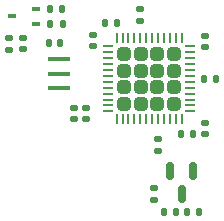
<source format=gtp>
%TF.GenerationSoftware,KiCad,Pcbnew,6.0.11-3.fc37*%
%TF.CreationDate,2023-03-28T23:52:52+01:00*%
%TF.ProjectId,STMF411,53544d46-3431-4312-9e6b-696361645f70,1*%
%TF.SameCoordinates,Original*%
%TF.FileFunction,Paste,Top*%
%TF.FilePolarity,Positive*%
%FSLAX46Y46*%
G04 Gerber Fmt 4.6, Leading zero omitted, Abs format (unit mm)*
G04 Created by KiCad (PCBNEW 6.0.11-3.fc37) date 2023-03-28 23:52:52*
%MOMM*%
%LPD*%
G01*
G04 APERTURE LIST*
G04 Aperture macros list*
%AMRoundRect*
0 Rectangle with rounded corners*
0 $1 Rounding radius*
0 $2 $3 $4 $5 $6 $7 $8 $9 X,Y pos of 4 corners*
0 Add a 4 corners polygon primitive as box body*
4,1,4,$2,$3,$4,$5,$6,$7,$8,$9,$2,$3,0*
0 Add four circle primitives for the rounded corners*
1,1,$1+$1,$2,$3*
1,1,$1+$1,$4,$5*
1,1,$1+$1,$6,$7*
1,1,$1+$1,$8,$9*
0 Add four rect primitives between the rounded corners*
20,1,$1+$1,$2,$3,$4,$5,0*
20,1,$1+$1,$4,$5,$6,$7,0*
20,1,$1+$1,$6,$7,$8,$9,0*
20,1,$1+$1,$8,$9,$2,$3,0*%
G04 Aperture macros list end*
%ADD10R,0.700000X0.450000*%
%ADD11RoundRect,0.135000X0.185000X-0.135000X0.185000X0.135000X-0.185000X0.135000X-0.185000X-0.135000X0*%
%ADD12RoundRect,0.140000X-0.170000X0.140000X-0.170000X-0.140000X0.170000X-0.140000X0.170000X0.140000X0*%
%ADD13RoundRect,0.140000X0.170000X-0.140000X0.170000X0.140000X-0.170000X0.140000X-0.170000X-0.140000X0*%
%ADD14RoundRect,0.135000X-0.135000X-0.185000X0.135000X-0.185000X0.135000X0.185000X-0.135000X0.185000X0*%
%ADD15RoundRect,0.140000X0.140000X0.170000X-0.140000X0.170000X-0.140000X-0.170000X0.140000X-0.170000X0*%
%ADD16RoundRect,0.140000X-0.140000X-0.170000X0.140000X-0.170000X0.140000X0.170000X-0.140000X0.170000X0*%
%ADD17RoundRect,0.135000X-0.185000X0.135000X-0.185000X-0.135000X0.185000X-0.135000X0.185000X0.135000X0*%
%ADD18RoundRect,0.250000X-0.315000X-0.315000X0.315000X-0.315000X0.315000X0.315000X-0.315000X0.315000X0*%
%ADD19RoundRect,0.062500X-0.375000X-0.062500X0.375000X-0.062500X0.375000X0.062500X-0.375000X0.062500X0*%
%ADD20RoundRect,0.062500X-0.062500X-0.375000X0.062500X-0.375000X0.062500X0.375000X-0.062500X0.375000X0*%
%ADD21R,1.900000X0.400000*%
%ADD22RoundRect,0.135000X0.135000X0.185000X-0.135000X0.185000X-0.135000X-0.185000X0.135000X-0.185000X0*%
%ADD23RoundRect,0.150000X-0.150000X0.587500X-0.150000X-0.587500X0.150000X-0.587500X0.150000X0.587500X0*%
G04 APERTURE END LIST*
D10*
%TO.C,Q1*%
X20650000Y-28500000D03*
X20650000Y-27200000D03*
X18650000Y-27850000D03*
%TD*%
D11*
%TO.C,R1*%
X18399999Y-30670000D03*
X18399999Y-29650000D03*
%TD*%
D12*
%TO.C,C15*%
X23850000Y-35600001D03*
X23850000Y-36560001D03*
%TD*%
D13*
%TO.C,C9*%
X34950000Y-37850000D03*
X34950000Y-36890000D03*
%TD*%
D14*
%TO.C,R5*%
X21900000Y-28500000D03*
X22920000Y-28500000D03*
%TD*%
D15*
%TO.C,C5*%
X32500000Y-44412500D03*
X31540000Y-44412500D03*
%TD*%
D16*
%TO.C,C1*%
X21900000Y-27200000D03*
X22860000Y-27200000D03*
%TD*%
D13*
%TO.C,C13*%
X25500000Y-30400000D03*
X25500000Y-29440000D03*
%TD*%
D17*
%TO.C,R3*%
X30999999Y-38225000D03*
X30999999Y-39245000D03*
%TD*%
D12*
%TO.C,C6*%
X30700000Y-42425000D03*
X30700000Y-43385000D03*
%TD*%
D16*
%TO.C,C10*%
X26549999Y-28450000D03*
X27509999Y-28450000D03*
%TD*%
D12*
%TO.C,C11*%
X34949999Y-29500000D03*
X34949999Y-30460000D03*
%TD*%
D18*
%TO.C,U2*%
X28150000Y-31050000D03*
X28150000Y-33850000D03*
X29550000Y-32450000D03*
X30950000Y-33850000D03*
X30950000Y-35250000D03*
X28150000Y-35250000D03*
X32350000Y-33850000D03*
X30950000Y-32450000D03*
X29550000Y-35250000D03*
X32350000Y-35250000D03*
X28150000Y-32450000D03*
X29550000Y-33850000D03*
X32350000Y-32450000D03*
X30950000Y-31050000D03*
X29550000Y-31050000D03*
X32350000Y-31050000D03*
D19*
X26812500Y-30400000D03*
X26812500Y-30900000D03*
X26812500Y-31400000D03*
X26812500Y-31900000D03*
X26812500Y-32400000D03*
X26812500Y-32900000D03*
X26812500Y-33400000D03*
X26812500Y-33900000D03*
X26812500Y-34400000D03*
X26812500Y-34900000D03*
X26812500Y-35400000D03*
X26812500Y-35900000D03*
D20*
X27500000Y-36587500D03*
X28000000Y-36587500D03*
X28500000Y-36587500D03*
X29000000Y-36587500D03*
X29500000Y-36587500D03*
X30000000Y-36587500D03*
X30500000Y-36587500D03*
X31000000Y-36587500D03*
X31500000Y-36587500D03*
X32000000Y-36587500D03*
X32500000Y-36587500D03*
X33000000Y-36587500D03*
D19*
X33687500Y-35900000D03*
X33687500Y-35400000D03*
X33687500Y-34900000D03*
X33687500Y-34400000D03*
X33687500Y-33900000D03*
X33687500Y-33400000D03*
X33687500Y-32900000D03*
X33687500Y-32400000D03*
X33687500Y-31900000D03*
X33687500Y-31400000D03*
X33687500Y-30900000D03*
X33687500Y-30400000D03*
D20*
X33000000Y-29712500D03*
X32500000Y-29712500D03*
X32000000Y-29712500D03*
X31500000Y-29712500D03*
X31000000Y-29712500D03*
X30500000Y-29712500D03*
X30000000Y-29712500D03*
X29500000Y-29712500D03*
X29000000Y-29712500D03*
X28500000Y-29712500D03*
X28000000Y-29712500D03*
X27500000Y-29712500D03*
%TD*%
D21*
%TO.C,Y1*%
X22600000Y-31500000D03*
X22600000Y-32700000D03*
X22600000Y-33900000D03*
%TD*%
D12*
%TO.C,C14*%
X24900000Y-35600000D03*
X24900000Y-36560000D03*
%TD*%
D15*
%TO.C,C3*%
X22730000Y-30100000D03*
X21770000Y-30100000D03*
%TD*%
D22*
%TO.C,R2*%
X35920000Y-33150000D03*
X34900000Y-33150000D03*
%TD*%
D15*
%TO.C,C12*%
X33950000Y-37850000D03*
X32990000Y-37850000D03*
%TD*%
D13*
%TO.C,C2*%
X19600000Y-30610000D03*
X19600000Y-29650000D03*
%TD*%
D11*
%TO.C,R4*%
X29474999Y-28275000D03*
X29474999Y-27255000D03*
%TD*%
D16*
%TO.C,C4*%
X33500000Y-44425000D03*
X34460000Y-44425000D03*
%TD*%
D23*
%TO.C,U1*%
X33950000Y-40987500D03*
X32050000Y-40987500D03*
X33000000Y-42862500D03*
%TD*%
M02*

</source>
